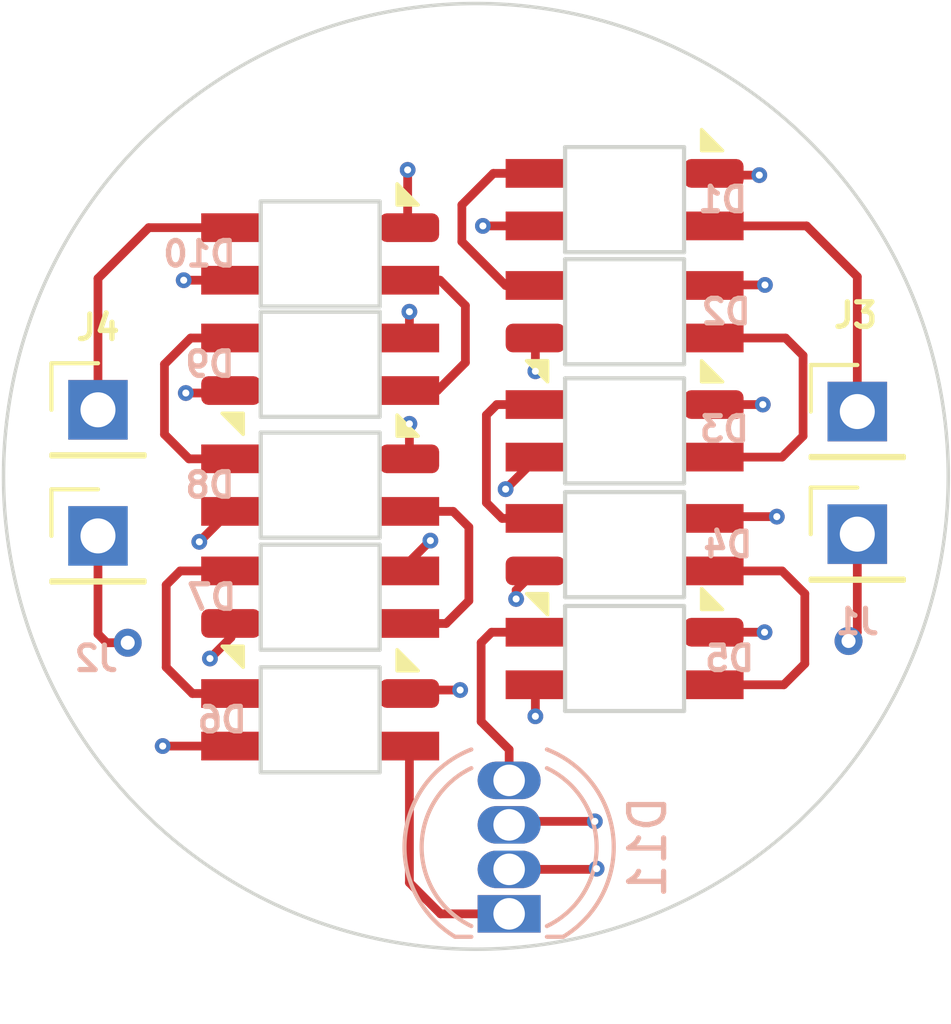
<source format=kicad_pcb>
(kicad_pcb (version 20211014) (generator pcbnew)
  (layers (0 "F.Cu" jumper) (1 "In1.Cu" signal) (2 "In2.Cu" signal) (31 "B.Cu" jumper) (34 "B.Paste" user) (35 "F.Paste" user) (36 "B.SilkS" user "B.Silkscreen") (37 "F.SilkS" user "F.Silkscreen") (38 "B.Mask" user) (39 "F.Mask" user) (44 "Edge.Cuts" user))
  (net 0 "")
  (net 1 "VCC")
  (net 2 "GND")
  (net 3 "Net-(D1-Pad2)")
  (net 4 "Net-(D10-Pad4)")
  (net 5 "Net-(D1-Pad4)")
  (net 6 "Net-(D7-Pad2)")
  (net 7 "Net-(D2-Pad2)")
  (net 8 "Net-(D3-Pad2)")
  (net 9 "Net-(D4-Pad2)")
  (net 10 "Net-(D5-Pad2)")
  (net 11 "Net-(D6-Pad2)")
  (net 12 "Net-(D8-Pad2)")
  (net 13 "Net-(D10-Pad2)")
  (net 14 "Net-(D6-Pad4)")
  (footprint "Keebio-Parts:SK6812-MINI-E" (layer "F.Cu") (at 86.1 87.25 180)
    (fp_text reference "D7" (at 3.1 0 unlocked) (layer "B.SilkS") (effects (font (size 0.7 0.7)) (justify mirror)))
    (fp_text value "sk6812_mini_e" hide)
    (fp_poly (pts (xy 2.8 -1.4) (xy 2.2 -1.4) (xy 2.2 -2)) (layer "F.SilkS") (width 0.1) (fill solid))
    (fp_line (start -1.7 1.5) (end -1.7 -1.5) (layer "Edge.Cuts") (width 0.12))
    (fp_line (start 1.7 -1.5) (end 1.7 1.5) (layer "Edge.Cuts") (width 0.12))
    (fp_line (start -1.7 -1.5) (end 1.7 -1.5) (layer "Edge.Cuts") (width 0.12))
    (fp_line (start 1.7 1.5) (end -1.7 1.5) (layer "Edge.Cuts") (width 0.12))
    (pad "1" smd rect locked (at -2.55 0.75 180) (size 1.7 0.82) (layers "F.Cu" "F.Paste" "F.Mask") (net 1 "VCC"))
    (pad "2" smd rect locked (at -2.55 -0.75 180) (size 1.7 0.82) (layers "F.Cu" "F.Paste" "F.Mask") (net 6 "Net-(D7-Pad2)"))
    (pad "3" smd roundrect locked (at 2.55 -0.75 180) (size 1.7 0.82) (layers "F.Cu" "F.Paste" "F.Mask") (net 2 "GND"))
    (pad "4" smd rect locked (at 2.55 0.75 180) (size 1.7 0.82) (layers "F.Cu" "F.Paste" "F.Mask") (net 11 "Net-(D6-Pad2)"))
  )
  (footprint "Keebio-Parts:SK6812-MINI-E" (layer "F.Cu") (at 94.8 79.1 180)
    (fp_text reference "D2" (at -2.9 0 unlocked) (layer "B.SilkS") (effects (font (size 0.7 0.7)) (justify mirror)))
    (fp_text value "sk6812_mini_e" hide)
    (fp_poly (pts (xy 2.8 -1.4) (xy 2.2 -1.4) (xy 2.2 -2)) (layer "F.SilkS") (width 0.1) (fill solid))
    (fp_line (start -1.7 -1.5) (end 1.7 -1.5) (layer "Edge.Cuts") (width 0.12))
    (fp_line (start 1.7 -1.5) (end 1.7 1.5) (layer "Edge.Cuts") (width 0.12))
    (fp_line (start -1.7 1.5) (end -1.7 -1.5) (layer "Edge.Cuts") (width 0.12))
    (fp_line (start 1.7 1.5) (end -1.7 1.5) (layer "Edge.Cuts") (width 0.12))
    (pad "1" smd rect locked (at -2.55 0.75 180) (size 1.7 0.82) (layers "F.Cu" "F.Paste" "F.Mask") (net 1 "VCC"))
    (pad "2" smd rect locked (at -2.55 -0.75 180) (size 1.7 0.82) (layers "F.Cu" "F.Paste" "F.Mask") (net 7 "Net-(D2-Pad2)"))
    (pad "3" smd roundrect locked (at 2.55 -0.75 180) (size 1.7 0.82) (layers "F.Cu" "F.Paste" "F.Mask") (net 2 "GND"))
    (pad "4" smd rect locked (at 2.55 0.75 180) (size 1.7 0.82) (layers "F.Cu" "F.Paste" "F.Mask") (net 3 "Net-(D1-Pad2)"))
  )
  (footprint "Keebio-Parts:SK6812-MINI-E" (layer "F.Cu") (at 94.8 85.75 180)
    (fp_text reference "D4" (at -2.95 0 unlocked) (layer "B.SilkS") (effects (font (size 0.7 0.7)) (justify mirror)))
    (fp_text value "sk6812_mini_e" hide)
    (fp_poly (pts (xy 2.8 -1.4) (xy 2.2 -1.4) (xy 2.2 -2)) (layer "F.SilkS") (width 0.1) (fill solid))
    (fp_line (start 1.7 1.5) (end -1.7 1.5) (layer "Edge.Cuts") (width 0.12))
    (fp_line (start 1.7 -1.5) (end 1.7 1.5) (layer "Edge.Cuts") (width 0.12))
    (fp_line (start -1.7 1.5) (end -1.7 -1.5) (layer "Edge.Cuts") (width 0.12))
    (fp_line (start -1.7 -1.5) (end 1.7 -1.5) (layer "Edge.Cuts") (width 0.12))
    (pad "1" smd rect locked (at -2.55 0.75 180) (size 1.7 0.82) (layers "F.Cu" "F.Paste" "F.Mask") (net 1 "VCC"))
    (pad "2" smd rect locked (at -2.55 -0.75 180) (size 1.7 0.82) (layers "F.Cu" "F.Paste" "F.Mask") (net 9 "Net-(D4-Pad2)"))
    (pad "3" smd roundrect locked (at 2.55 -0.75 180) (size 1.7 0.82) (layers "F.Cu" "F.Paste" "F.Mask") (net 2 "GND"))
    (pad "4" smd rect locked (at 2.55 0.75 180) (size 1.7 0.82) (layers "F.Cu" "F.Paste" "F.Mask") (net 8 "Net-(D3-Pad2)"))
  )
  (footprint "Connector_PinHeader_2.54mm:PinHeader_1x01_P2.54mm_Vertical" (layer "F.Cu") (at 101.45 85.45)
    (fp_text reference "J1" (at 0 2.5) (layer "B.SilkS") (effects (font (size 0.7 0.7)) (justify mirror)))
    (fp_text value "5V+")
    (fp_line (start -1.33 1.27) (end -1.33 1.33) (layer "F.SilkS") (width 0.12))
    (fp_line (start -1.33 1.27) (end 1.33 1.27) (layer "F.SilkS") (width 0.12))
    (fp_line (start -1.33 0) (end -1.33 -1.33) (layer "F.SilkS") (width 0.12))
    (fp_line (start -1.33 -1.33) (end 0 -1.33) (layer "F.SilkS") (width 0.12))
    (fp_line (start 1.33 1.27) (end 1.33 1.33) (layer "F.SilkS") (width 0.12))
    (fp_line (start -1.33 1.33) (end 1.33 1.33) (layer "F.SilkS") (width 0.12))
    (pad "1" thru_hole rect (at 0 0) (size 1.7 1.7) (drill 1) (layers *.Cu *.Mask) (net 1 "VCC"))
  )
  (footprint "Keebio-Parts:SK6812-MINI-E" (layer "F.Cu") (at 86.1 84.05)
    (fp_text reference "D8" (at -3.15 0 unlocked) (layer "B.SilkS") (effects (font (size 0.7 0.7)) (justify mirror)))
    (fp_text value "sk6812_mini_e" hide)
    (fp_poly (pts (xy 2.8 -1.4) (xy 2.2 -1.4) (xy 2.2 -2)) (layer "F.SilkS") (width 0.1) (fill solid))
    (fp_line (start 1.7 1.5) (end -1.7 1.5) (layer "Edge.Cuts") (width 0.12))
    (fp_line (start -1.7 -1.5) (end 1.7 -1.5) (layer "Edge.Cuts") (width 0.12))
    (fp_line (start -1.7 1.5) (end -1.7 -1.5) (layer "Edge.Cuts") (width 0.12))
    (fp_line (start 1.7 -1.5) (end 1.7 1.5) (layer "Edge.Cuts") (width 0.12))
    (pad "1" smd rect locked (at -2.55 0.75) (size 1.7 0.82) (layers "F.Cu" "F.Paste" "F.Mask") (net 1 "VCC"))
    (pad "2" smd rect locked (at -2.55 -0.75) (size 1.7 0.82) (layers "F.Cu" "F.Paste" "F.Mask") (net 12 "Net-(D8-Pad2)"))
    (pad "3" smd roundrect locked (at 2.55 -0.75) (size 1.7 0.82) (layers "F.Cu" "F.Paste" "F.Mask") (net 2 "GND"))
    (pad "4" smd rect locked (at 2.55 0.75) (size 1.7 0.82) (layers "F.Cu" "F.Paste" "F.Mask") (net 6 "Net-(D7-Pad2)"))
  )
  (footprint "Keebio-Parts:SK6812-MINI-E" (layer "F.Cu") (at 86.1 80.6 180)
    (fp_text reference "D9" (at 3.15 0 unlocked) (layer "B.SilkS") (effects (font (size 0.7 0.7)) (justify mirror)))
    (fp_text value "sk6812_mini_e" hide)
    (fp_poly (pts (xy 2.8 -1.4) (xy 2.2 -1.4) (xy 2.2 -2)) (layer "F.SilkS") (width 0.1) (fill solid))
    (fp_line (start -1.7 -1.5) (end 1.7 -1.5) (layer "Edge.Cuts") (width 0.12))
    (fp_line (start 1.7 1.5) (end -1.7 1.5) (layer "Edge.Cuts") (width 0.12))
    (fp_line (start -1.7 1.5) (end -1.7 -1.5) (layer "Edge.Cuts") (width 0.12))
    (fp_line (start 1.7 -1.5) (end 1.7 1.5) (layer "Edge.Cuts") (width 0.12))
    (pad "1" smd rect locked (at -2.55 0.75 180) (size 1.7 0.82) (layers "F.Cu" "F.Paste" "F.Mask") (net 1 "VCC"))
    (pad "2" smd rect locked (at -2.55 -0.75 180) (size 1.7 0.82) (layers "F.Cu" "F.Paste" "F.Mask") (net 4 "Net-(D10-Pad4)"))
    (pad "3" smd roundrect locked (at 2.55 -0.75 180) (size 1.7 0.82) (layers "F.Cu" "F.Paste" "F.Mask") (net 2 "GND"))
    (pad "4" smd rect locked (at 2.55 0.75 180) (size 1.7 0.82) (layers "F.Cu" "F.Paste" "F.Mask") (net 12 "Net-(D8-Pad2)"))
  )
  (footprint "Keebio-Parts:SK6812-MINI-E" (layer "F.Cu") (at 86.1 77.45)
    (fp_text reference "D10" (at -3.45 0 unlocked) (layer "B.SilkS") (effects (font (size 0.7 0.7)) (justify mirror)))
    (fp_text value "sk6812_mini_e" hide)
    (fp_poly (pts (xy 2.8 -1.4) (xy 2.2 -1.4) (xy 2.2 -2)) (layer "F.SilkS") (width 0.1) (fill solid))
    (fp_line (start -1.7 1.5) (end -1.7 -1.5) (layer "Edge.Cuts") (width 0.12))
    (fp_line (start 1.7 -1.5) (end 1.7 1.5) (layer "Edge.Cuts") (width 0.12))
    (fp_line (start -1.7 -1.5) (end 1.7 -1.5) (layer "Edge.Cuts") (width 0.12))
    (fp_line (start 1.7 1.5) (end -1.7 1.5) (layer "Edge.Cuts") (width 0.12))
    (pad "1" smd rect locked (at -2.55 0.75) (size 1.7 0.82) (layers "F.Cu" "F.Paste" "F.Mask") (net 1 "VCC"))
    (pad "2" smd rect locked (at -2.55 -0.75) (size 1.7 0.82) (layers "F.Cu" "F.Paste" "F.Mask") (net 13 "Net-(D10-Pad2)"))
    (pad "3" smd roundrect locked (at 2.55 -0.75) (size 1.7 0.82) (layers "F.Cu" "F.Paste" "F.Mask") (net 2 "GND"))
    (pad "4" smd rect locked (at 2.55 0.75) (size 1.7 0.82) (layers "F.Cu" "F.Paste" "F.Mask") (net 4 "Net-(D10-Pad4)"))
  )
  (footprint "Keebio-Parts:SK6812-MINI-E" (layer "F.Cu") (at 94.8 75.9)
    (fp_text reference "D1" (at 2.8 0 unlocked) (layer "B.SilkS") (effects (font (size 0.7 0.7)) (justify mirror)))
    (fp_text value "sk6812_mini_e" hide)
    (fp_poly (pts (xy 2.8 -1.4) (xy 2.2 -1.4) (xy 2.2 -2)) (layer "F.SilkS") (width 0.1) (fill solid))
    (fp_line (start -1.7 1.5) (end -1.7 -1.5) (layer "Edge.Cuts") (width 0.12))
    (fp_line (start 1.7 1.5) (end -1.7 1.5) (layer "Edge.Cuts") (width 0.12))
    (fp_line (start -1.7 -1.5) (end 1.7 -1.5) (layer "Edge.Cuts") (width 0.12))
    (fp_line (start 1.7 -1.5) (end 1.7 1.5) (layer "Edge.Cuts") (width 0.12))
    (pad "1" smd rect locked (at -2.55 0.75) (size 1.7 0.82) (layers "F.Cu" "F.Paste" "F.Mask") (net 1 "VCC"))
    (pad "2" smd rect locked (at -2.55 -0.75) (size 1.7 0.82) (layers "F.Cu" "F.Paste" "F.Mask") (net 3 "Net-(D1-Pad2)"))
    (pad "3" smd roundrect locked (at 2.55 -0.75) (size 1.7 0.82) (layers "F.Cu" "F.Paste" "F.Mask") (net 2 "GND"))
    (pad "4" smd rect locked (at 2.55 0.75) (size 1.7 0.82) (layers "F.Cu" "F.Paste" "F.Mask") (net 5 "Net-(D1-Pad4)"))
  )
  (footprint "Keebio-Parts:SK6812-MINI-E" (layer "F.Cu") (at 94.8 82.5)
    (fp_text reference "D3" (at 2.85 -0.05 unlocked) (layer "B.SilkS") (effects (font (size 0.7 0.7)) (justify mirror)))
    (fp_text value "sk6812_mini_e" hide)
    (fp_poly (pts (xy 2.8 -1.4) (xy 2.2 -1.4) (xy 2.2 -2)) (layer "F.SilkS") (width 0.1) (fill solid))
    (fp_line (start 1.7 -1.5) (end 1.7 1.5) (layer "Edge.Cuts") (width 0.12))
    (fp_line (start -1.7 1.5) (end -1.7 -1.5) (layer "Edge.Cuts") (width 0.12))
    (fp_line (start 1.7 1.5) (end -1.7 1.5) (layer "Edge.Cuts") (width 0.12))
    (fp_line (start -1.7 -1.5) (end 1.7 -1.5) (layer "Edge.Cuts") (width 0.12))
    (pad "1" smd rect locked (at -2.55 0.75) (size 1.7 0.82) (layers "F.Cu" "F.Paste" "F.Mask") (net 1 "VCC"))
    (pad "2" smd rect locked (at -2.55 -0.75) (size 1.7 0.82) (layers "F.Cu" "F.Paste" "F.Mask") (net 8 "Net-(D3-Pad2)"))
    (pad "3" smd roundrect locked (at 2.55 -0.75) (size 1.7 0.82) (layers "F.Cu" "F.Paste" "F.Mask") (net 2 "GND"))
    (pad "4" smd rect locked (at 2.55 0.75) (size 1.7 0.82) (layers "F.Cu" "F.Paste" "F.Mask") (net 7 "Net-(D2-Pad2)"))
  )
  (footprint "Connector_PinHeader_2.54mm:PinHeader_1x01_P2.54mm_Vertical" (layer "F.Cu") (at 101.45 81.95)
    (fp_text reference "J3" (at -0.05 -2.75) (layer "F.SilkS") (effects (font (size 0.7 0.7))))
    (fp_text value "DIN")
    (fp_line (start -1.33 1.27) (end 1.33 1.27) (layer "F.SilkS") (width 0.12))
    (fp_line (start -1.33 1.33) (end 1.33 1.33) (layer "F.SilkS") (width 0.12))
    (fp_line (start -1.33 1.27) (end -1.33 1.33) (layer "F.SilkS") (width 0.12))
    (fp_line (start -1.33 0) (end -1.33 -1.33) (layer "F.SilkS") (width 0.12))
    (fp_line (start -1.33 -1.33) (end 0 -1.33) (layer "F.SilkS") (width 0.12))
    (fp_line (start 1.33 1.27) (end 1.33 1.33) (layer "F.SilkS") (width 0.12))
    (pad "1" thru_hole rect (at 0 0) (size 1.7 1.7) (drill 1) (layers *.Cu *.Mask) (net 5 "Net-(D1-Pad4)"))
  )
  (footprint "Keebio-Parts:SK6812-MINI-E" (layer "F.Cu") (at 86.1 90.75)
    (fp_text reference "D6" (at -2.8 0 unlocked) (layer "B.SilkS") (effects (font (size 0.7 0.7)) (justify mirror)))
    (fp_text value "sk6812_mini_e" hide)
    (fp_poly (pts (xy 2.8 -1.4) (xy 2.2 -1.4) (xy 2.2 -2)) (layer "F.SilkS") (width 0.1) (fill solid))
    (fp_line (start 1.7 -1.5) (end 1.7 1.5) (layer "Edge.Cuts") (width 0.12))
    (fp_line (start 1.7 1.5) (end -1.7 1.5) (layer "Edge.Cuts") (width 0.12))
    (fp_line (start -1.7 -1.5) (end 1.7 -1.5) (layer "Edge.Cuts") (width 0.12))
    (fp_line (start -1.7 1.5) (end -1.7 -1.5) (layer "Edge.Cuts") (width 0.12))
    (pad "1" smd rect locked (at -2.55 0.75) (size 1.7 0.82) (layers "F.Cu" "F.Paste" "F.Mask") (net 1 "VCC"))
    (pad "2" smd rect locked (at -2.55 -0.75) (size 1.7 0.82) (layers "F.Cu" "F.Paste" "F.Mask") (net 11 "Net-(D6-Pad2)"))
    (pad "3" smd roundrect locked (at 2.55 -0.75) (size 1.7 0.82) (layers "F.Cu" "F.Paste" "F.Mask") (net 2 "GND"))
    (pad "4" smd rect locked (at 2.55 0.75) (size 1.7 0.82) (layers "F.Cu" "F.Paste" "F.Mask") (net 14 "Net-(D6-Pad4)"))
  )
  (footprint "Connector_PinHeader_2.54mm:PinHeader_1x01_P2.54mm_Vertical" (layer "F.Cu") (at 79.75 81.9)
    (fp_text reference "J4" (at 0 -2.35) (layer "F.SilkS") (effects (font (size 0.7 0.7))))
    (fp_text value "DOUT")
    (fp_line (start -1.33 -1.33) (end 0 -1.33) (layer "F.SilkS") (width 0.12))
    (fp_line (start -1.33 1.27) (end -1.33 1.33) (layer "F.SilkS") (width 0.12))
    (fp_line (start -1.33 0) (end -1.33 -1.33) (layer "F.SilkS") (width 0.12))
    (fp_line (start -1.33 1.33) (end 1.33 1.33) (layer "F.SilkS") (width 0.12))
    (fp_line (start 1.33 1.27) (end 1.33 1.33) (layer "F.SilkS") (width 0.12))
    (fp_line (start -1.33 1.27) (end 1.33 1.27) (layer "F.SilkS") (width 0.12))
    (pad "1" thru_hole rect (at 0 0) (size 1.7 1.7) (drill 1) (layers *.Cu *.Mask) (net 13 "Net-(D10-Pad2)"))
  )
  (footprint "Keebio-Parts:SK6812-MINI-E" (layer "F.Cu") (at 94.8 89)
    (fp_text reference "D5" (at 3 0 unlocked) (layer "B.SilkS") (effects (font (size 0.7 0.7)) (justify mirror)))
    (fp_text value "sk6812_mini_e" hide)
    (fp_poly (pts (xy 2.8 -1.4) (xy 2.2 -1.4) (xy 2.2 -2)) (layer "F.SilkS") (width 0.1) (fill solid))
    (fp_line (start 1.7 1.5) (end -1.7 1.5) (layer "Edge.Cuts") (width 0.12))
    (fp_line (start 1.7 -1.5) (end 1.7 1.5) (layer "Edge.Cuts") (width 0.12))
    (fp_line (start -1.7 -1.5) (end 1.7 -1.5) (layer "Edge.Cuts") (width 0.12))
    (fp_line (start -1.7 1.5) (end -1.7 -1.5) (layer "Edge.Cuts") (width 0.12))
    (pad "1" smd rect locked (at -2.55 0.75) (size 1.7 0.82) (layers "F.Cu" "F.Paste" "F.Mask") (net 1 "VCC"))
    (pad "2" smd rect locked (at -2.55 -0.75) (size 1.7 0.82) (layers "F.Cu" "F.Paste" "F.Mask") (net 10 "Net-(D5-Pad2)"))
    (pad "3" smd roundrect locked (at 2.55 -0.75) (size 1.7 0.82) (layers "F.Cu" "F.Paste" "F.Mask") (net 2 "GND"))
    (pad "4" smd rect locked (at 2.55 0.75) (size 1.7 0.82) (layers "F.Cu" "F.Paste" "F.Mask") (net 9 "Net-(D4-Pad2)"))
  )
  (footprint "Connector_PinHeader_2.54mm:PinHeader_1x01_P2.54mm_Vertical" (layer "F.Cu") (at 79.75 85.5)
    (fp_text reference "J2" (at -0.05 3.5) (layer "B.SilkS") (effects (font (size 0.7 0.7)) (justify mirror)))
    (fp_text value "GND")
    (fp_line (start -1.33 1.33) (end 1.33 1.33) (layer "F.SilkS") (width 0.12))
    (fp_line (start -1.33 -1.33) (end 0 -1.33) (layer "F.SilkS") (width 0.12))
    (fp_line (start 1.33 1.27) (end 1.33 1.33) (layer "F.SilkS") (width 0.12))
    (fp_line (start -1.33 0) (end -1.33 -1.33) (layer "F.SilkS") (width 0.12))
    (fp_line (start -1.33 1.27) (end 1.33 1.27) (layer "F.SilkS") (width 0.12))
    (fp_line (start -1.33 1.27) (end -1.33 1.33) (layer "F.SilkS") (width 0.12))
    (pad "1" thru_hole rect (at 0 0) (size 1.7 1.7) (drill 1) (layers *.Cu *.Mask) (net 2 "GND"))
  )
  (footprint "LED_THT:LED_D5.0mm-4_RGB" (layer "B.Cu") (at 91.5 96.29 90)
    (fp_text reference "D11" (at 1.905 3.96 90) (layer "B.SilkS") (effects (justify mirror)))
    (fp_text value "APA-106-F5")
    (fp_line (start -0.655 -1.08) (end -0.655 -1.545) (layer "B.SilkS") (width 0.12))
    (fp_line (start -0.655 1.545) (end -0.655 1.08) (layer "B.SilkS") (width 0.12))
    (fp_arc (start -0.655 -1.54483) (mid 2.163456 -2.978809) (end 4.692815 -1.080827) (layer "B.SilkS") (width 0.12))
    (fp_arc (start 4.692815 1.080827) (mid 2.163456 2.978808) (end -0.655 1.54483) (layer "B.SilkS") (width 0.12))
    (fp_arc (start -0.349684 -1.08) (mid 1.904762 -2.5) (end 4.159479 -1.080429) (layer "B.SilkS") (width 0.12))
    (fp_arc (start 4.159479 1.080429) (mid 1.904762 2.5) (end -0.349684 1.08) (layer "B.SilkS") (width 0.12))
    (pad "1" thru_hole rect (at 0 0 90) (size 1.07 1.8) (drill 0.9) (layers *.Cu *.Mask) (net 14 "Net-(D6-Pad4)"))
    (pad "2" thru_hole oval (at 1.27 0 90) (size 1.07 1.8) (drill 0.9) (layers *.Cu *.Mask) (net 2 "GND"))
    (pad "3" thru_hole oval (at 2.54 0 90) (size 1.07 1.8) (drill 0.9) (layers *.Cu *.Mask) (net 1 "VCC"))
    (pad "4" thru_hole oval (at 3.81 0 90) (size 1.07 1.8) (drill 0.9) (layers *.Cu *.Mask) (net 10 "Net-(D5-Pad2)"))
  )
  (gr_circle (center 90.55 83.8) (end 104.05 83.8) (layer "Edge.Cuts") (width 0.1) (fill none))
  (segment (start 82.646019 85.668945) (end 83.514964 84.8) (width 0.25) (layer "F.Cu") (net 1))
  (segment (start 93.95 93.65) (end 91.6 93.65) (width 0.25) (layer "F.Cu") (net 1))
  (segment (start 97.4 84.95) (end 97.35 85) (width 0.25) (layer "F.Cu") (net 1))
  (segment (start 88.65 86.234502) (end 88.65 86.5) (width 0.25) (layer "F.Cu") (net 1))
  (segment (start 89.25 85.634502) (end 88.65 86.234502) (width 0.25) (layer "F.Cu") (net 1))
  (segment (start 81.6 91.5) (end 83.55 91.5) (width 0.25) (layer "F.Cu") (net 1))
  (segment (start 92.25 90.65) (end 92.25 89.75) (width 0.25) (layer "F.Cu") (net 1))
  (segment (start 99.15 84.95) (end 97.4 84.95) (width 0.25) (layer "F.Cu") (net 1))
  (segment (start 88.65 79.1) (end 88.65 79.85) (width 0.25) (layer "F.Cu") (net 1))
  (segment (start 83.514964 84.8) (end 83.55 84.8) (width 0.25) (layer "F.Cu") (net 1))
  (segment (start 98.811216 78.334997) (end 97.365003 78.334997) (width 0.25) (layer "F.Cu") (net 1))
  (segment (start 91.6 93.65) (end 91.5 93.75) (width 0.25) (layer "F.Cu") (net 1))
  (segment (start 92.25 83.314999) (end 92.25 83.25) (width 0.25) (layer "F.Cu") (net 1))
  (segment (start 90.75 76.65) (end 92.25 76.65) (width 0.25) (layer "F.Cu") (net 1))
  (segment (start 101.45 85.45) (end 101.45 88.25) (width 0.25) (layer "F.Cu") (net 1))
  (segment (start 91.3995 84.165499) (end 92.25 83.314999) (width 0.25) (layer "F.Cu") (net 1))
  (segment (start 97.365003 78.334997) (end 97.35 78.35) (width 0.25) (layer "F.Cu") (net 1))
  (segment (start 82.2 78.2) (end 83.55 78.2) (width 0.25) (layer "F.Cu") (net 1))
  (segment (start 101.45 88.25) (end 101.2 88.5) (width 0.25) (layer "F.Cu") (net 1))
  (via (at 89.25 85.634502) (size 0.45) (drill 0.2) (layers "F.Cu" "B.Cu") (net 1))
  (via (at 101.2 88.5) (size 0.8) (drill 0.4) (layers "F.Cu" "B.Cu") (net 1))
  (via (at 92.25 90.65) (size 0.45) (drill 0.2) (layers "F.Cu" "B.Cu") (net 1))
  (via (at 93.95 93.65) (size 0.45) (drill 0.2) (layers "F.Cu" "B.Cu") (net 1))
  (via (at 90.75 76.65) (size 0.45) (drill 0.2) (layers "F.Cu" "B.Cu") (net 1))
  (via (at 82.2 78.2) (size 0.45) (drill 0.2) (layers "F.Cu" "B.Cu") (net 1))
  (via (at 82.646019 85.668945) (size 0.45) (drill 0.2) (layers "F.Cu" "B.Cu") (net 1))
  (via (at 91.3995 84.165499) (size 0.45) (drill 0.2) (layers "F.Cu" "B.Cu") (net 1))
  (via (at 88.65 79.1) (size 0.45) (drill 0.2) (layers "F.Cu" "B.Cu") (net 1))
  (via (at 81.6 91.5) (size 0.45) (drill 0.2) (layers "F.Cu" "B.Cu") (net 1))
  (via (at 99.15 84.95) (size 0.45) (drill 0.2) (layers "F.Cu" "B.Cu") (net 1))
  (via (at 98.811216 78.334997) (size 0.45) (drill 0.2) (layers "F.Cu" "B.Cu") (net 1))
  (segment (start 80 88.55) (end 80.6 88.55) (width 0.25) (layer "F.Cu") (net 2))
  (segment (start 88.65 82.3) (end 88.65 83.3) (width 0.25) (layer "F.Cu") (net 2))
  (segment (start 82.95 89) (end 83.55 88.4) (width 0.25) (layer "F.Cu") (net 2))
  (segment (start 98.8 88.25) (end 97.35 88.25) (width 0.25) (layer "F.Cu") (net 2))
  (segment (start 98.75 81.75) (end 97.35 81.75) (width 0.25) (layer "F.Cu") (net 2))
  (segment (start 93.98 95.02) (end 91.5 95.02) (width 0.25) (layer "F.Cu") (net 2))
  (segment (start 88.75 89.9) (end 88.65 90) (width 0.25) (layer "F.Cu") (net 2))
  (segment (start 83.55 88.4) (end 83.55 88) (width 0.25) (layer "F.Cu") (net 2))
  (segment (start 82.26043 81.42066) (end 83.47934 81.42066) (width 0.25) (layer "F.Cu") (net 2))
  (segment (start 83.47934 81.42066) (end 83.55 81.35) (width 0.25) (layer "F.Cu") (net 2))
  (segment (start 91.7 87.3) (end 91.7 87.05) (width 0.25) (layer "F.Cu") (net 2))
  (segment (start 92.25 80.8) (end 92.25 79.85) (width 0.25) (layer "F.Cu") (net 2))
  (segment (start 90.1 89.9) (end 88.75 89.9) (width 0.25) (layer "F.Cu") (net 2))
  (segment (start 98.65 75.2) (end 97.4 75.2) (width 0.25) (layer "F.Cu") (net 2))
  (segment (start 91.7 87.05) (end 92.25 86.5) (width 0.25) (layer "F.Cu") (net 2))
  (segment (start 88.6 76.65) (end 88.65 76.7) (width 0.25) (layer "F.Cu") (net 2))
  (segment (start 97.4 75.2) (end 97.35 75.15) (width 0.25) (layer "F.Cu") (net 2))
  (segment (start 79.75 85.5) (end 79.75 88.3) (width 0.25) (layer "F.Cu") (net 2))
  (segment (start 88.6 75.05) (end 88.6 76.65) (width 0.25) (layer "F.Cu") (net 2))
  (segment (start 79.75 88.3) (end 80 88.55) (width 0.25) (layer "F.Cu") (net 2))
  (segment (start 94 95) (end 93.98 95.02) (width 0.25) (layer "F.Cu") (net 2))
  (via (at 94 95) (size 0.45) (drill 0.2) (layers "F.Cu" "B.Cu") (net 2))
  (via (at 80.6 88.55) (size 0.8) (drill 0.4) (layers "F.Cu" "B.Cu") (net 2))
  (via (at 98.65 75.2) (size 0.45) (drill 0.2) (layers "F.Cu" "B.Cu") (net 2))
  (via (at 98.75 81.75) (size 0.45) (drill 0.2) (layers "F.Cu" "B.Cu") (net 2))
  (via (at 98.8 88.25) (size 0.45) (drill 0.2) (layers "F.Cu" "B.Cu") (net 2))
  (via (at 82.95 89) (size 0.45) (drill 0.2) (layers "F.Cu" "B.Cu") (net 2))
  (via (at 90.1 89.9) (size 0.45) (drill 0.2) (layers "F.Cu" "B.Cu") (net 2))
  (via (at 91.7 87.3) (size 0.45) (drill 0.2) (layers "F.Cu" "B.Cu") (net 2))
  (via (at 88.65 82.3) (size 0.45) (drill 0.2) (layers "F.Cu" "B.Cu") (net 2))
  (via (at 82.26043 81.42066) (size 0.45) (drill 0.2) (layers "F.Cu" "B.Cu") (net 2))
  (via (at 92.25 80.8) (size 0.45) (drill 0.2) (layers "F.Cu" "B.Cu") (net 2))
  (via (at 88.6 75.05) (size 0.45) (drill 0.2) (layers "F.Cu" "B.Cu") (net 2))
  (segment (start 90.15 77.1) (end 91.4 78.35) (width 0.25) (layer "F.Cu") (net 3))
  (segment (start 90.15 76.05) (end 90.15 77.1) (width 0.25) (layer "F.Cu") (net 3))
  (segment (start 92.25 75.15) (end 91.05 75.15) (width 0.25) (layer "F.Cu") (net 3))
  (segment (start 91.4 78.35) (end 92.25 78.35) (width 0.25) (layer "F.Cu") (net 3))
  (segment (start 91.05 75.15) (end 90.15 76.05) (width 0.25) (layer "F.Cu") (net 3))
  (segment (start 90.25 80.55) (end 90.25 78.925) (width 0.25) (layer "F.Cu") (net 4))
  (segment (start 90.25 78.925) (end 89.525 78.2) (width 0.25) (layer "F.Cu") (net 4))
  (segment (start 88.65 81.35) (end 89.45 81.35) (width 0.25) (layer "F.Cu") (net 4))
  (segment (start 89.525 78.2) (end 88.65 78.2) (width 0.25) (layer "F.Cu") (net 4))
  (segment (start 89.45 81.35) (end 90.25 80.55) (width 0.25) (layer "F.Cu") (net 4))
  (segment (start 100 76.65) (end 101.45 78.1) (width 0.25) (layer "F.Cu") (net 5))
  (segment (start 101.45 78.1) (end 101.45 81.95) (width 0.25) (layer "F.Cu") (net 5))
  (segment (start 97.35 76.65) (end 100 76.65) (width 0.25) (layer "F.Cu") (net 5))
  (segment (start 89.9 84.8) (end 88.65 84.8) (width 0.25) (layer "F.Cu") (net 6))
  (segment (start 89.7 88) (end 90.35 87.35) (width 0.25) (layer "F.Cu") (net 6))
  (segment (start 90.35 87.35) (end 90.35 85.25) (width 0.25) (layer "F.Cu") (net 6))
  (segment (start 88.65 88) (end 89.7 88) (width 0.25) (layer "F.Cu") (net 6))
  (segment (start 90.35 85.25) (end 89.9 84.8) (width 0.25) (layer "F.Cu") (net 6))
  (segment (start 99.9 82.65) (end 99.3 83.25) (width 0.25) (layer "F.Cu") (net 7))
  (segment (start 99.9 80.35) (end 99.9 82.65) (width 0.25) (layer "F.Cu") (net 7))
  (segment (start 99.4 79.85) (end 99.9 80.35) (width 0.25) (layer "F.Cu") (net 7))
  (segment (start 99.3 83.25) (end 97.35 83.25) (width 0.25) (layer "F.Cu") (net 7))
  (segment (start 97.35 79.85) (end 99.4 79.85) (width 0.25) (layer "F.Cu") (net 7))
  (segment (start 91.3 85) (end 92.25 85) (width 0.25) (layer "F.Cu") (net 8))
  (segment (start 90.85 84.55) (end 91.3 85) (width 0.25) (layer "F.Cu") (net 8))
  (segment (start 91.15 81.75) (end 90.85 82.05) (width 0.25) (layer "F.Cu") (net 8))
  (segment (start 90.85 82.05) (end 90.85 84.55) (width 0.25) (layer "F.Cu") (net 8))
  (segment (start 92.25 81.75) (end 91.15 81.75) (width 0.25) (layer "F.Cu") (net 8))
  (segment (start 99.95 89.15) (end 99.35 89.75) (width 0.25) (layer "F.Cu") (net 9))
  (segment (start 99.95 87.15) (end 99.95 89.15) (width 0.25) (layer "F.Cu") (net 9))
  (segment (start 99.35 89.75) (end 97.35 89.75) (width 0.25) (layer "F.Cu") (net 9))
  (segment (start 99.3 86.5) (end 99.95 87.15) (width 0.25) (layer "F.Cu") (net 9))
  (segment (start 97.35 86.5) (end 99.3 86.5) (width 0.25) (layer "F.Cu") (net 9))
  (segment (start 90.7 90.8) (end 91.5 91.6) (width 0.25) (layer "F.Cu") (net 10))
  (segment (start 91.5 91.6) (end 91.5 92.48) (width 0.25) (layer "F.Cu") (net 10))
  (segment (start 92.25 88.25) (end 91 88.25) (width 0.25) (layer "F.Cu") (net 10))
  (segment (start 90.7 88.55) (end 90.7 90.8) (width 0.25) (layer "F.Cu") (net 10))
  (segment (start 91 88.25) (end 90.7 88.55) (width 0.25) (layer "F.Cu") (net 10))
  (segment (start 83.55 90) (end 82.45 90) (width 0.25) (layer "F.Cu") (net 11))
  (segment (start 82.1 86.5) (end 83.55 86.5) (width 0.25) (layer "F.Cu") (net 11))
  (segment (start 81.7 86.9) (end 82.1 86.5) (width 0.25) (layer "F.Cu") (net 11))
  (segment (start 82.45 90) (end 81.7 89.25) (width 0.25) (layer "F.Cu") (net 11))
  (segment (start 81.7 89.25) (end 81.7 86.9) (width 0.25) (layer "F.Cu") (net 11))
  (segment (start 83.55 83.3) (end 82.35 83.3) (width 0.25) (layer "F.Cu") (net 12))
  (segment (start 82.4 79.85) (end 83.55 79.85) (width 0.25) (layer "F.Cu") (net 12))
  (segment (start 81.65 82.6) (end 81.65 80.6) (width 0.25) (layer "F.Cu") (net 12))
  (segment (start 82.35 83.3) (end 81.65 82.6) (width 0.25) (layer "F.Cu") (net 12))
  (segment (start 81.65 80.6) (end 82.4 79.85) (width 0.25) (layer "F.Cu") (net 12))
  (segment (start 83.55 76.7) (end 81.2 76.7) (width 0.25) (layer "F.Cu") (net 13))
  (segment (start 79.75 78.15) (end 79.75 81.9) (width 0.25) (layer "F.Cu") (net 13))
  (segment (start 81.2 76.7) (end 79.75 78.15) (width 0.25) (layer "F.Cu") (net 13))
  (segment (start 91.5 96.29) (end 89.54 96.29) (width 0.25) (layer "F.Cu") (net 14))
  (segment (start 88.65 95.4) (end 88.65 91.5) (width 0.25) (layer "F.Cu") (net 14))
  (segment (start 89.54 96.29) (end 88.65 95.4) (width 0.25) (layer "F.Cu") (net 14))
)
</source>
